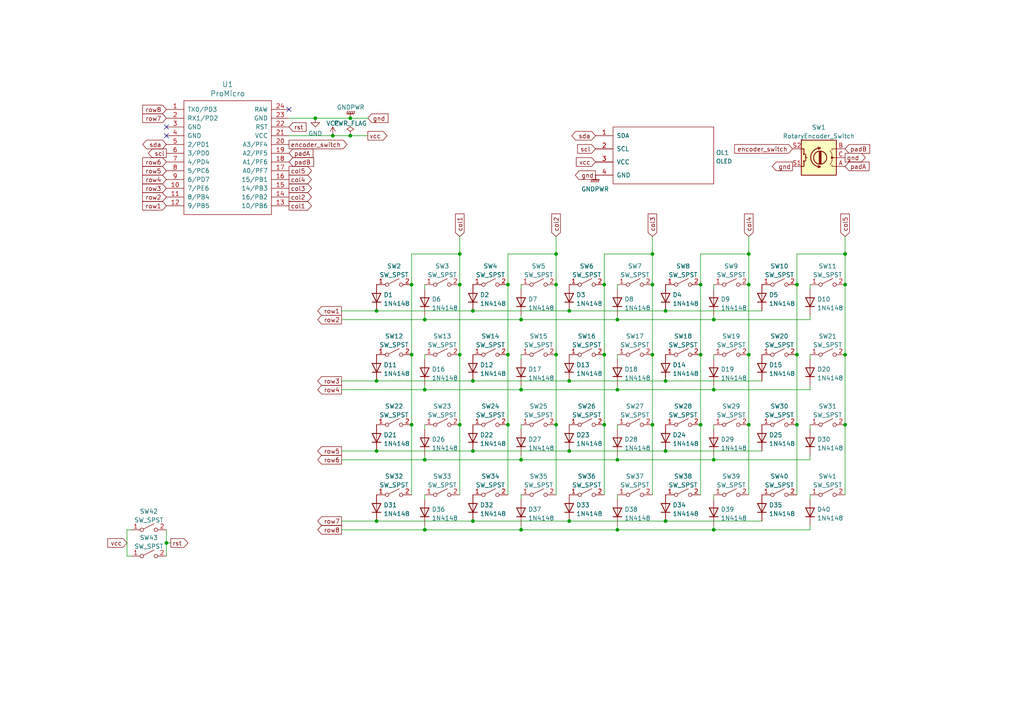
<source format=kicad_sch>
(kicad_sch (version 20211123) (generator eeschema)
  (paper "A4")
  (lib_symbols
    (symbol "Device:RotaryEncoder_Switch" (pin_names (offset 0.254) hide)
      (property "Reference" "SW" (at 0 6.604 0))
      (property "Value" "RotaryEncoder_Switch" (at 0 -6.604 0))
      (symbol "RotaryEncoder_Switch_0_1"
        (rectangle (start -5.08 5.08) (end 5.08 -5.08) (stroke (width 0.254)) (fill (type background)))
        (circle (center -3.81 0) (radius 0.254) (fill (type outline)))
        (arc (start -0.381 -2.794) (mid 2.3622 -0.0508) (end -0.381 2.667) (stroke (width 0.254)))
        (circle (center -0.381 0) (radius 1.905) (stroke (width 0.254)))
        (polyline (pts (xy -0.635 -1.778) (xy -0.635 1.778)) (stroke (width 0.254)))
        (polyline (pts (xy -0.381 -1.778) (xy -0.381 1.778)) (stroke (width 0.254)))
        (polyline (pts (xy -0.127 1.778) (xy -0.127 -1.778)) (stroke (width 0.254)))
        (polyline (pts (xy 3.81 0) (xy 3.429 0)) (stroke (width 0.254)))
        (polyline (pts (xy 3.81 1.016) (xy 3.81 -1.016)) (stroke (width 0.254)))
        (polyline (pts (xy -5.08 -2.54) (xy -3.81 -2.54) (xy -3.81 -2.032)))
        (polyline (pts (xy -5.08 2.54) (xy -3.81 2.54) (xy -3.81 2.032)))
        (polyline (pts (xy 0.254 -3.048) (xy -0.508 -2.794) (xy 0.127 -2.413)) (stroke (width 0.254)))
        (polyline (pts (xy 0.254 2.921) (xy -0.508 2.667) (xy 0.127 2.286)) (stroke (width 0.254)))
        (polyline (pts (xy 5.08 -2.54) (xy 4.318 -2.54) (xy 4.318 -1.016)) (stroke (width 0.254)))
        (polyline (pts (xy 5.08 2.54) (xy 4.318 2.54) (xy 4.318 1.016)) (stroke (width 0.254)))
        (polyline (pts (xy -5.08 0) (xy -3.81 0) (xy -3.81 -1.016) (xy -3.302 -2.032)))
        (polyline (pts (xy -4.318 0) (xy -3.81 0) (xy -3.81 1.016) (xy -3.302 2.032)))
        (circle (center 4.318 -1.016) (radius 0.127) (stroke (width 0.254)))
        (circle (center 4.318 1.016) (radius 0.127) (stroke (width 0.254)))
      )
      (symbol "RotaryEncoder_Switch_1_1"
        (pin passive line (at -7.62 2.54 0) (length 2.54) (name "A") (number "A"))
        (pin passive line (at -7.62 -2.54 0) (length 2.54) (name "B") (number "B"))
        (pin passive line (at -7.62 0 0) (length 2.54) (name "C") (number "C"))
        (pin passive line (at 7.62 2.54 180) (length 2.54) (name "S1") (number "S1"))
        (pin passive line (at 7.62 -2.54 180) (length 2.54) (name "S2") (number "S2"))
      )
    )
    (symbol "Diode:1N4148" (pin_numbers hide) (pin_names (offset 1.016) hide)
      (property "Reference" "D" (at 0 2.54 0))
      (property "Value" "1N4148" (at 0 -2.54 0))
      (symbol "1N4148_0_1"
        (polyline (pts (xy -1.27 1.27) (xy -1.27 -1.27)) (stroke (width 0.254)))
        (polyline (pts (xy 1.27 0) (xy -1.27 0)))
        (polyline (pts (xy 1.27 1.27) (xy 1.27 -1.27) (xy -1.27 0) (xy 1.27 1.27)) (stroke (width 0.254)))
      )
      (symbol "1N4148_1_1"
        (pin passive line (at -3.81 0 0) (length 2.54) (name "K") (number "1"))
        (pin passive line (at 3.81 0 180) (length 2.54) (name "A") (number "2"))
      )
    )
    (symbol "Switch:SW_SPST" (pin_names (offset 0) hide)
      (property "Reference" "SW" (at 0 3.175 0))
      (property "Value" "SW_SPST" (at 0 -2.54 0))
      (symbol "SW_SPST_0_0"
        (circle (center -2.032 0) (radius 0.508))
        (polyline (pts (xy -1.524 0.254) (xy 1.524 1.778)))
        (circle (center 2.032 0) (radius 0.508))
      )
      (symbol "SW_SPST_1_1"
        (pin passive line (at -5.08 0 0) (length 2.54) (name "A") (number "1"))
        (pin passive line (at 5.08 0 180) (length 2.54) (name "B") (number "2"))
      )
    )
    (symbol "freaku4X-rescue:ProMicro-Keebio" (pin_names (offset 1.016))
      (property "Reference" "U" (at 0 0 0))
      (property "Value" "ProMicro-Keebio" (at 0 -19.05 0))
      (symbol "ProMicro-Keebio_0_1"
        (rectangle (start -12.7 -16.51) (end 12.7 16.51))
      )
      (symbol "ProMicro-Keebio_1_1"
        (pin input line (at -17.78 13.97 0) (length 5.08) (name "TX0/PD3") (number "1"))
        (pin input line (at -17.78 -8.89 0) (length 5.08) (name "7/PE6") (number "10"))
        (pin input line (at -17.78 -11.43 0) (length 5.08) (name "8/PB4") (number "11"))
        (pin input line (at -17.78 -13.97 0) (length 5.08) (name "9/PB5") (number "12"))
        (pin input line (at 17.78 -13.97 180) (length 5.08) (name "10/PB6") (number "13"))
        (pin input line (at 17.78 -11.43 180) (length 5.08) (name "16/PB2") (number "14"))
        (pin input line (at 17.78 -8.89 180) (length 5.08) (name "14/PB3") (number "15"))
        (pin input line (at 17.78 -6.35 180) (length 5.08) (name "15/PB1") (number "16"))
        (pin input line (at 17.78 -3.81 180) (length 5.08) (name "A0/PF7") (number "17"))
        (pin input line (at 17.78 -1.27 180) (length 5.08) (name "A1/PF6") (number "18"))
        (pin input line (at 17.78 1.27 180) (length 5.08) (name "A2/PF5") (number "19"))
        (pin input line (at -17.78 11.43 0) (length 5.08) (name "RX1/PD2") (number "2"))
        (pin input line (at 17.78 3.81 180) (length 5.08) (name "A3/PF4") (number "20"))
        (pin input line (at 17.78 6.35 180) (length 5.08) (name "VCC") (number "21"))
        (pin input line (at 17.78 8.89 180) (length 5.08) (name "RST") (number "22"))
        (pin input line (at 17.78 11.43 180) (length 5.08) (name "GND") (number "23"))
        (pin input line (at 17.78 13.97 180) (length 5.08) (name "RAW") (number "24"))
        (pin input line (at -17.78 8.89 0) (length 5.08) (name "GND") (number "3"))
        (pin input line (at -17.78 6.35 0) (length 5.08) (name "GND") (number "4"))
        (pin input line (at -17.78 3.81 0) (length 5.08) (name "2/PD1") (number "5"))
        (pin input line (at -17.78 1.27 0) (length 5.08) (name "3/PD0") (number "6"))
        (pin input line (at -17.78 -1.27 0) (length 5.08) (name "4/PD4") (number "7"))
        (pin input line (at -17.78 -3.81 0) (length 5.08) (name "5/PC6") (number "8"))
        (pin input line (at -17.78 -6.35 0) (length 5.08) (name "6/PD7") (number "9"))
      )
    )
    (symbol "kbd:OLED" (pin_names (offset 1.016))
      (property "Reference" "OL" (at 0 2.54 0))
      (property "Value" "OLED" (at 0 -1.27 0))
      (symbol "OLED_0_1"
        (rectangle (start -13.97 8.89) (end 15.24 -7.62))
      )
      (symbol "OLED_1_1"
        (pin bidirectional line (at -19.05 6.35 0) (length 5.08) (name "SDA") (number "1"))
        (pin bidirectional line (at -19.05 2.54 0) (length 5.08) (name "SCL") (number "2"))
        (pin power_in line (at -19.05 -1.27 0) (length 5.08) (name "VCC") (number "3"))
        (pin power_in line (at -19.05 -5.08 0) (length 5.08) (name "GND") (number "4"))
      )
    )
    (symbol "power:GND" (power) (pin_names (offset 0))
      (property "Value" "GND" (at 0 -3.81 0))
      (symbol "GND_0_1"
        (polyline (pts (xy 0 0) (xy 0 -1.27) (xy 1.27 -1.27) (xy 0 -2.54) (xy -1.27 -1.27) (xy 0 -1.27)))
      )
      (symbol "GND_1_1"
        (pin power_in line (at 0 0 270) (length 0) hide (name "GND") (number "1"))
      )
    )
    (symbol "power:GNDPWR" (power) (pin_names (offset 0))
      (property "Value" "GNDPWR" (at 0 -3.302 0))
      (symbol "GNDPWR_0_1"
        (polyline (pts (xy 0 -1.27) (xy 0 0)))
        (polyline (pts (xy -1.016 -1.27) (xy -1.27 -2.032) (xy -1.27 -2.032)) (stroke (width 0.2032)))
        (polyline (pts (xy -0.508 -1.27) (xy -0.762 -2.032) (xy -0.762 -2.032)) (stroke (width 0.2032)))
        (polyline (pts (xy 0 -1.27) (xy -0.254 -2.032) (xy -0.254 -2.032)) (stroke (width 0.2032)))
        (polyline (pts (xy 0.508 -1.27) (xy 0.254 -2.032) (xy 0.254 -2.032)) (stroke (width 0.2032)))
        (polyline (pts (xy 1.016 -1.27) (xy -1.016 -1.27) (xy -1.016 -1.27)) (stroke (width 0.2032)))
        (polyline (pts (xy 1.016 -1.27) (xy 0.762 -2.032) (xy 0.762 -2.032) (xy 0.762 -2.032)) (stroke (width 0.2032)))
      )
      (symbol "GNDPWR_1_1"
        (pin power_in line (at 0 0 270) (length 0) hide (name "GNDPWR") (number "1"))
      )
    )
    (symbol "power:PWR_FLAG" (power) (pin_numbers hide) (pin_names (offset 0) hide)
      (property "Value" "PWR_FLAG" (at 0 3.81 0))
      (symbol "PWR_FLAG_0_0"
        (pin power_out line (at 0 0 90) (length 0) (name "pwr") (number "1"))
      )
      (symbol "PWR_FLAG_0_1"
        (polyline (pts (xy 0 0) (xy 0 1.27) (xy -1.016 1.905) (xy 0 2.54) (xy 1.016 1.905) (xy 0 1.27)))
      )
    )
    (symbol "power:VCC" (power) (pin_names (offset 0))
      (property "Value" "VCC" (at 0 3.81 0))
      (symbol "VCC_0_1"
        (polyline (pts (xy -0.762 1.27) (xy 0 2.54)))
        (polyline (pts (xy 0 0) (xy 0 2.54)))
        (polyline (pts (xy 0 2.54) (xy 0.762 1.27)))
      )
      (symbol "VCC_1_1"
        (pin power_in line (at 0 0 90) (length 0) hide (name "VCC") (number "1"))
      )
    )
  )
  (junction (at 151.13 113.03))
  (junction (at 147.32 123.19))
  (junction (at 193.04 90.17))
  (junction (at 137.16 151.13))
  (junction (at 175.26 82.55))
  (junction (at 245.11 73.66))
  (junction (at 137.16 110.49))
  (junction (at 109.22 90.17))
  (junction (at 203.2 82.55))
  (junction (at 217.17 73.66))
  (junction (at 147.32 102.87))
  (junction (at 231.14 123.19))
  (junction (at 161.29 82.55))
  (junction (at 207.01 92.71))
  (junction (at 123.19 153.67))
  (junction (at 91.44 34.29))
  (junction (at 193.04 130.81))
  (junction (at 231.14 102.87))
  (junction (at 189.23 123.19))
  (junction (at 217.17 82.55))
  (junction (at 189.23 73.66))
  (junction (at 175.26 123.19))
  (junction (at 119.38 102.87))
  (junction (at 123.19 92.71))
  (junction (at 137.16 90.17))
  (junction (at 179.07 92.71))
  (junction (at 133.35 123.19))
  (junction (at 109.22 110.49))
  (junction (at 133.35 82.55))
  (junction (at 165.1 110.49))
  (junction (at 207.01 113.03))
  (junction (at 147.32 82.55))
  (junction (at 101.6 39.37))
  (junction (at 203.2 102.87))
  (junction (at 207.01 153.67))
  (junction (at 245.11 102.87))
  (junction (at 96.52 39.37))
  (junction (at 193.04 110.49))
  (junction (at 189.23 82.55))
  (junction (at 165.1 90.17))
  (junction (at 245.11 123.19))
  (junction (at 165.1 151.13))
  (junction (at 217.17 123.19))
  (junction (at 133.35 73.66))
  (junction (at 119.38 82.55))
  (junction (at 203.2 123.19))
  (junction (at 245.11 82.55))
  (junction (at 179.07 133.35))
  (junction (at 161.29 102.87))
  (junction (at 123.19 133.35))
  (junction (at 193.04 151.13))
  (junction (at 109.22 151.13))
  (junction (at 207.01 133.35))
  (junction (at 109.22 130.81))
  (junction (at 217.17 102.87))
  (junction (at 133.35 102.87))
  (junction (at 151.13 153.67))
  (junction (at 119.38 123.19))
  (junction (at 48.26 157.48))
  (junction (at 151.13 92.71))
  (junction (at 161.29 73.66))
  (junction (at 123.19 113.03))
  (junction (at 137.16 130.81))
  (junction (at 179.07 113.03))
  (junction (at 151.13 133.35))
  (junction (at 161.29 123.19))
  (junction (at 231.14 82.55))
  (junction (at 189.23 102.87))
  (junction (at 179.07 153.67))
  (junction (at 101.6 34.29))
  (junction (at 165.1 130.81))
  (junction (at 175.26 102.87))
  (no_connect (at 48.26 39.37))
  (no_connect (at 48.26 36.83))
  (no_connect (at 83.82 31.75))
  (wire (pts (xy 36.83 161.29) (xy 38.1 161.29)))
  (wire (pts (xy 179.07 104.14) (xy 179.07 102.87)))
  (wire (pts (xy 207.01 124.46) (xy 207.01 123.19)))
  (wire (pts (xy 207.01 144.78) (xy 207.01 143.51)))
  (wire (pts (xy 245.11 73.66) (xy 245.11 82.55)))
  (wire (pts (xy 193.04 90.17) (xy 220.98 90.17)))
  (wire (pts (xy 175.26 123.19) (xy 175.26 143.51)))
  (wire (pts (xy 234.95 104.14) (xy 234.95 102.87)))
  (wire (pts (xy 36.83 153.67) (xy 38.1 153.67)))
  (wire (pts (xy 151.13 92.71) (xy 179.07 92.71)))
  (wire (pts (xy 161.29 73.66) (xy 161.29 82.55)))
  (wire (pts (xy 147.32 82.55) (xy 147.32 73.66)))
  (wire (pts (xy 137.16 110.49) (xy 165.1 110.49)))
  (wire (pts (xy 203.2 73.66) (xy 217.17 73.66)))
  (wire (pts (xy 119.38 102.87) (xy 119.38 123.19)))
  (wire (pts (xy 175.26 102.87) (xy 175.26 123.19)))
  (wire (pts (xy 147.32 73.66) (xy 161.29 73.66)))
  (wire (pts (xy 99.06 153.67) (xy 123.19 153.67)))
  (wire (pts (xy 99.06 133.35) (xy 123.19 133.35)))
  (wire (pts (xy 147.32 82.55) (xy 147.32 102.87)))
  (wire (pts (xy 147.32 123.19) (xy 147.32 143.51)))
  (wire (pts (xy 175.26 82.55) (xy 175.26 102.87)))
  (wire (pts (xy 151.13 132.08) (xy 151.13 133.35)))
  (wire (pts (xy 123.19 113.03) (xy 151.13 113.03)))
  (wire (pts (xy 165.1 110.49) (xy 193.04 110.49)))
  (wire (pts (xy 234.95 124.46) (xy 234.95 123.19)))
  (wire (pts (xy 137.16 151.13) (xy 165.1 151.13)))
  (wire (pts (xy 101.6 34.29) (xy 91.44 34.29)))
  (wire (pts (xy 151.13 152.4) (xy 151.13 153.67)))
  (wire (pts (xy 161.29 73.66) (xy 161.29 68.58)))
  (wire (pts (xy 203.2 82.55) (xy 203.2 102.87)))
  (wire (pts (xy 207.01 91.44) (xy 207.01 92.71)))
  (wire (pts (xy 189.23 82.55) (xy 189.23 102.87)))
  (wire (pts (xy 234.95 132.08) (xy 234.95 133.35)))
  (wire (pts (xy 179.07 113.03) (xy 207.01 113.03)))
  (wire (pts (xy 123.19 144.78) (xy 123.19 143.51)))
  (wire (pts (xy 217.17 82.55) (xy 217.17 102.87)))
  (wire (pts (xy 207.01 153.67) (xy 234.95 153.67)))
  (wire (pts (xy 193.04 151.13) (xy 220.98 151.13)))
  (wire (pts (xy 91.44 34.29) (xy 83.82 34.29)))
  (wire (pts (xy 207.01 132.08) (xy 207.01 133.35)))
  (wire (pts (xy 179.07 83.82) (xy 179.07 82.55)))
  (wire (pts (xy 101.6 39.37) (xy 96.52 39.37)))
  (wire (pts (xy 234.95 111.76) (xy 234.95 113.03)))
  (wire (pts (xy 203.2 123.19) (xy 203.2 143.51)))
  (wire (pts (xy 133.35 82.55) (xy 133.35 102.87)))
  (wire (pts (xy 231.14 123.19) (xy 231.14 143.51)))
  (wire (pts (xy 179.07 124.46) (xy 179.07 123.19)))
  (wire (pts (xy 193.04 110.49) (xy 220.98 110.49)))
  (wire (pts (xy 161.29 123.19) (xy 161.29 143.51)))
  (wire (pts (xy 179.07 144.78) (xy 179.07 143.51)))
  (wire (pts (xy 189.23 73.66) (xy 189.23 82.55)))
  (wire (pts (xy 231.14 102.87) (xy 231.14 123.19)))
  (wire (pts (xy 119.38 82.55) (xy 119.38 73.66)))
  (wire (pts (xy 234.95 144.78) (xy 234.95 143.51)))
  (wire (pts (xy 234.95 152.4) (xy 234.95 153.67)))
  (wire (pts (xy 133.35 73.66) (xy 133.35 82.55)))
  (wire (pts (xy 109.22 110.49) (xy 137.16 110.49)))
  (wire (pts (xy 179.07 152.4) (xy 179.07 153.67)))
  (wire (pts (xy 245.11 102.87) (xy 245.11 123.19)))
  (wire (pts (xy 179.07 132.08) (xy 179.07 133.35)))
  (wire (pts (xy 207.01 83.82) (xy 207.01 82.55)))
  (wire (pts (xy 203.2 82.55) (xy 203.2 73.66)))
  (wire (pts (xy 151.13 83.82) (xy 151.13 82.55)))
  (wire (pts (xy 179.07 153.67) (xy 207.01 153.67)))
  (wire (pts (xy 189.23 123.19) (xy 189.23 143.51)))
  (wire (pts (xy 245.11 73.66) (xy 245.11 68.58)))
  (wire (pts (xy 151.13 113.03) (xy 179.07 113.03)))
  (wire (pts (xy 96.52 39.37) (xy 83.82 39.37)))
  (wire (pts (xy 99.06 113.03) (xy 123.19 113.03)))
  (wire (pts (xy 165.1 130.81) (xy 193.04 130.81)))
  (wire (pts (xy 119.38 123.19) (xy 119.38 143.51)))
  (wire (pts (xy 151.13 104.14) (xy 151.13 102.87)))
  (wire (pts (xy 161.29 102.87) (xy 161.29 123.19)))
  (wire (pts (xy 99.06 90.17) (xy 109.22 90.17)))
  (wire (pts (xy 99.06 130.81) (xy 109.22 130.81)))
  (wire (pts (xy 109.22 90.17) (xy 137.16 90.17)))
  (wire (pts (xy 165.1 90.17) (xy 193.04 90.17)))
  (wire (pts (xy 123.19 133.35) (xy 151.13 133.35)))
  (wire (pts (xy 231.14 82.55) (xy 231.14 73.66)))
  (wire (pts (xy 99.06 92.71) (xy 123.19 92.71)))
  (wire (pts (xy 175.26 82.55) (xy 175.26 73.66)))
  (wire (pts (xy 133.35 73.66) (xy 133.35 68.58)))
  (wire (pts (xy 119.38 73.66) (xy 133.35 73.66)))
  (wire (pts (xy 179.07 92.71) (xy 207.01 92.71)))
  (wire (pts (xy 207.01 113.03) (xy 234.95 113.03)))
  (wire (pts (xy 217.17 102.87) (xy 217.17 123.19)))
  (wire (pts (xy 99.06 110.49) (xy 109.22 110.49)))
  (wire (pts (xy 123.19 152.4) (xy 123.19 153.67)))
  (wire (pts (xy 231.14 73.66) (xy 245.11 73.66)))
  (wire (pts (xy 48.26 161.29) (xy 48.26 157.48)))
  (wire (pts (xy 123.19 111.76) (xy 123.19 113.03)))
  (wire (pts (xy 123.19 92.71) (xy 151.13 92.71)))
  (wire (pts (xy 193.04 130.81) (xy 220.98 130.81)))
  (wire (pts (xy 245.11 82.55) (xy 245.11 102.87)))
  (wire (pts (xy 245.11 123.19) (xy 245.11 143.51)))
  (wire (pts (xy 151.13 133.35) (xy 179.07 133.35)))
  (wire (pts (xy 207.01 133.35) (xy 234.95 133.35)))
  (wire (pts (xy 123.19 153.67) (xy 151.13 153.67)))
  (wire (pts (xy 99.06 151.13) (xy 109.22 151.13)))
  (wire (pts (xy 189.23 73.66) (xy 189.23 68.58)))
  (wire (pts (xy 151.13 111.76) (xy 151.13 113.03)))
  (wire (pts (xy 147.32 102.87) (xy 147.32 123.19)))
  (wire (pts (xy 207.01 92.71) (xy 234.95 92.71)))
  (wire (pts (xy 133.35 123.19) (xy 133.35 143.51)))
  (wire (pts (xy 234.95 83.82) (xy 234.95 82.55)))
  (wire (pts (xy 109.22 130.81) (xy 137.16 130.81)))
  (wire (pts (xy 137.16 90.17) (xy 165.1 90.17)))
  (wire (pts (xy 123.19 83.82) (xy 123.19 82.55)))
  (wire (pts (xy 217.17 123.19) (xy 217.17 143.51)))
  (wire (pts (xy 217.17 73.66) (xy 217.17 82.55)))
  (wire (pts (xy 231.14 82.55) (xy 231.14 102.87)))
  (wire (pts (xy 106.68 34.29) (xy 101.6 34.29)))
  (wire (pts (xy 106.68 39.37) (xy 101.6 39.37)))
  (wire (pts (xy 207.01 111.76) (xy 207.01 113.03)))
  (wire (pts (xy 165.1 151.13) (xy 193.04 151.13)))
  (wire (pts (xy 151.13 144.78) (xy 151.13 143.51)))
  (wire (pts (xy 217.17 73.66) (xy 217.17 68.58)))
  (wire (pts (xy 48.26 157.48) (xy 49.53 157.48)))
  (wire (pts (xy 36.83 153.67) (xy 36.83 161.29)))
  (wire (pts (xy 189.23 102.87) (xy 189.23 123.19)))
  (wire (pts (xy 234.95 91.44) (xy 234.95 92.71)))
  (wire (pts (xy 151.13 124.46) (xy 151.13 123.19)))
  (wire (pts (xy 123.19 104.14) (xy 123.19 102.87)))
  (wire (pts (xy 151.13 153.67) (xy 179.07 153.67)))
  (wire (pts (xy 203.2 102.87) (xy 203.2 123.19)))
  (wire (pts (xy 48.26 153.67) (xy 48.26 157.48)))
  (wire (pts (xy 161.29 82.55) (xy 161.29 102.87)))
  (wire (pts (xy 179.07 111.76) (xy 179.07 113.03)))
  (wire (pts (xy 109.22 151.13) (xy 137.16 151.13)))
  (wire (pts (xy 179.07 91.44) (xy 179.07 92.71)))
  (wire (pts (xy 207.01 152.4) (xy 207.01 153.67)))
  (wire (pts (xy 175.26 73.66) (xy 189.23 73.66)))
  (wire (pts (xy 123.19 124.46) (xy 123.19 123.19)))
  (wire (pts (xy 207.01 104.14) (xy 207.01 102.87)))
  (wire (pts (xy 119.38 82.55) (xy 119.38 102.87)))
  (wire (pts (xy 179.07 133.35) (xy 207.01 133.35)))
  (wire (pts (xy 123.19 132.08) (xy 123.19 133.35)))
  (wire (pts (xy 151.13 91.44) (xy 151.13 92.71)))
  (wire (pts (xy 133.35 102.87) (xy 133.35 123.19)))
  (wire (pts (xy 137.16 130.81) (xy 165.1 130.81)))
  (wire (pts (xy 123.19 91.44) (xy 123.19 92.71)))
  (global_label "padA" (shape input) (at 245.11 48.26 0) (property "Intersheet References" "${INTERSHEET_REFS}" (effects hide)))
  (global_label "row6" (shape input) (at 48.26 46.99 180) (property "Intersheet References" "${INTERSHEET_REFS}" (effects hide)))
  (global_label "vcc" (shape output) (at 106.68 39.37 0) (property "Intersheet References" "${INTERSHEET_REFS}" (effects hide)))
  (global_label "scl" (shape input) (at 172.72 43.18 180) (property "Intersheet References" "${INTERSHEET_REFS}" (effects hide)))
  (global_label "gnd" (shape output) (at 245.11 45.72 0) (property "Intersheet References" "${INTERSHEET_REFS}" (effects hide)))
  (global_label "scl" (shape output) (at 48.26 44.45 180) (property "Intersheet References" "${INTERSHEET_REFS}" (effects hide)))
  (global_label "col3" (shape output) (at 83.82 54.61 0) (property "Intersheet References" "${INTERSHEET_REFS}" (effects hide)))
  (global_label "col1" (shape input) (at 133.35 68.58 90) (property "Intersheet References" "${INTERSHEET_REFS}" (effects hide)))
  (global_label "col2" (shape input) (at 161.29 68.58 90) (property "Intersheet References" "${INTERSHEET_REFS}" (effects hide)))
  (global_label "vcc" (shape input) (at 172.72 46.99 180) (property "Intersheet References" "${INTERSHEET_REFS}" (effects hide)))
  (global_label "padB" (shape input) (at 245.11 43.18 0) (property "Intersheet References" "${INTERSHEET_REFS}" (effects hide)))
  (global_label "row4" (shape input) (at 48.26 52.07 180) (property "Intersheet References" "${INTERSHEET_REFS}" (effects hide)))
  (global_label "sda" (shape bidirectional) (at 48.26 41.91 180) (property "Intersheet References" "${INTERSHEET_REFS}" (effects hide)))
  (global_label "row2" (shape output) (at 99.06 92.71 180) (property "Intersheet References" "${INTERSHEET_REFS}" (effects hide)))
  (global_label "col4" (shape input) (at 217.17 68.58 90) (property "Intersheet References" "${INTERSHEET_REFS}" (effects hide)))
  (global_label "padA" (shape input) (at 83.82 44.45 0) (property "Intersheet References" "${INTERSHEET_REFS}" (effects hide)))
  (global_label "row5" (shape output) (at 99.06 130.81 180) (property "Intersheet References" "${INTERSHEET_REFS}" (effects hide)))
  (global_label "encoder_switch" (shape input) (at 229.87 43.18 180) (property "Intersheet References" "${INTERSHEET_REFS}" (effects hide)))
  (global_label "row7" (shape output) (at 99.06 151.13 180) (property "Intersheet References" "${INTERSHEET_REFS}" (effects hide)))
  (global_label "rst" (shape input) (at 83.82 36.83 0) (property "Intersheet References" "${INTERSHEET_REFS}" (effects hide)))
  (global_label "gnd" (shape input) (at 106.68 34.29 0) (property "Intersheet References" "${INTERSHEET_REFS}" (effects hide)))
  (global_label "vcc" (shape input) (at 36.83 157.48 180) (property "Intersheet References" "${INTERSHEET_REFS}" (effects hide)))
  (global_label "gnd" (shape output) (at 229.87 48.26 180) (property "Intersheet References" "${INTERSHEET_REFS}" (effects hide)))
  (global_label "padB" (shape input) (at 83.82 46.99 0) (property "Intersheet References" "${INTERSHEET_REFS}" (effects hide)))
  (global_label "sda" (shape bidirectional) (at 172.72 39.37 180) (property "Intersheet References" "${INTERSHEET_REFS}" (effects hide)))
  (global_label "col2" (shape output) (at 83.82 57.15 0) (property "Intersheet References" "${INTERSHEET_REFS}" (effects hide)))
  (global_label "col3" (shape input) (at 189.23 68.58 90) (property "Intersheet References" "${INTERSHEET_REFS}" (effects hide)))
  (global_label "encoder_switch" (shape output) (at 83.82 41.91 0) (property "Intersheet References" "${INTERSHEET_REFS}" (effects hide)))
  (global_label "rst" (shape output) (at 49.53 157.48 0) (property "Intersheet References" "${INTERSHEET_REFS}" (effects hide)))
  (global_label "gnd" (shape output) (at 172.72 50.8 180) (property "Intersheet References" "${INTERSHEET_REFS}" (effects hide)))
  (global_label "row1" (shape output) (at 99.06 90.17 180) (property "Intersheet References" "${INTERSHEET_REFS}" (effects hide)))
  (global_label "row3" (shape output) (at 99.06 110.49 180) (property "Intersheet References" "${INTERSHEET_REFS}" (effects hide)))
  (global_label "row6" (shape output) (at 99.06 133.35 180) (property "Intersheet References" "${INTERSHEET_REFS}" (effects hide)))
  (global_label "row7" (shape input) (at 48.26 34.29 180) (property "Intersheet References" "${INTERSHEET_REFS}" (effects hide)))
  (global_label "row1" (shape input) (at 48.26 59.69 180) (property "Intersheet References" "${INTERSHEET_REFS}" (effects hide)))
  (global_label "col1" (shape output) (at 83.82 59.69 0) (property "Intersheet References" "${INTERSHEET_REFS}" (effects hide)))
  (global_label "row3" (shape input) (at 48.26 54.61 180) (property "Intersheet References" "${INTERSHEET_REFS}" (effects hide)))
  (global_label "col5" (shape input) (at 245.11 68.58 90) (property "Intersheet References" "${INTERSHEET_REFS}" (effects hide)))
  (global_label "row2" (shape input) (at 48.26 57.15 180) (property "Intersheet References" "${INTERSHEET_REFS}" (effects hide)))
  (global_label "col5" (shape output) (at 83.82 49.53 0) (property "Intersheet References" "${INTERSHEET_REFS}" (effects hide)))
  (global_label "row8" (shape output) (at 99.06 153.67 180) (property "Intersheet References" "${INTERSHEET_REFS}" (effects hide)))
  (global_label "row5" (shape input) (at 48.26 49.53 180) (property "Intersheet References" "${INTERSHEET_REFS}" (effects hide)))
  (global_label "col4" (shape output) (at 83.82 52.07 0) (property "Intersheet References" "${INTERSHEET_REFS}" (effects hide)))
  (global_label "row8" (shape input) (at 48.26 31.75 180) (property "Intersheet References" "${INTERSHEET_REFS}" (effects hide)))
  (global_label "row4" (shape output) (at 99.06 113.03 180) (property "Intersheet References" "${INTERSHEET_REFS}" (effects hide)))
  (symbol (lib_id "freaku4X-rescue:ProMicro-Keebio") (at 66.04 45.72 0) (unit 1)
    (property "Reference" "U1" (at 66.04 24.4602 0) (effects (font (size 1.524 1.524))))
    (property "Value" "ProMicro" (at 66.04 27.1526 0) (effects (font (size 1.524 1.524))))
    (property "Footprint" "kbd:ProMicro_v3" (effects hide))
  )
  (symbol (lib_id "Diode:1N4148") (at 234.95 128.27 90) (unit 1)
    (property "Reference" "D30" (at 236.982 127.4353 90) (effects (justify right)))
    (property "Value" "1N4148" (at 236.982 129.9722 90) (effects (justify right)))
    (property "Footprint" "kbd:D3_TH_SMD_v2" (effects hide))
    (property "Datasheet" "https://assets.nexperia.com/documents/data-sheet/1N4148_1N4448.pdf" (effects hide))
  )
  (symbol (lib_id "Switch:SW_SPST") (at 128.27 82.55 0) (unit 1)
    (property "Reference" "SW3" (at 128.27 77.1992 0))
    (property "Value" "SW_SPST" (at 128.27 79.7361 0))
    (property "Footprint" "keyswitches:Kailh_socket_MX_optional" (effects hide))
  )
  (symbol (lib_id "Diode:1N4148") (at 123.19 128.27 90) (unit 1)
    (property "Reference" "D26" (at 125.222 127.4353 90) (effects (justify right)))
    (property "Value" "1N4148" (at 125.222 129.9722 90) (effects (justify right)))
    (property "Footprint" "kbd:D3_TH_SMD_v2" (effects hide))
    (property "Datasheet" "https://assets.nexperia.com/documents/data-sheet/1N4148_1N4448.pdf" (effects hide))
  )
  (symbol (lib_id "Diode:1N4148") (at 123.19 87.63 90) (unit 1)
    (property "Reference" "D6" (at 125.222 86.7953 90) (effects (justify right)))
    (property "Value" "1N4148" (at 125.222 89.3322 90) (effects (justify right)))
    (property "Footprint" "kbd:D3_TH_SMD_v2" (effects hide))
    (property "Datasheet" "https://assets.nexperia.com/documents/data-sheet/1N4148_1N4448.pdf" (effects hide))
  )
  (symbol (lib_id "Switch:SW_SPST") (at 156.21 123.19 0) (unit 1)
    (property "Reference" "SW25" (at 156.21 117.8392 0))
    (property "Value" "SW_SPST" (at 156.21 120.3761 0))
    (property "Footprint" "keyswitches:Kailh_socket_MX_optional" (effects hide))
  )
  (symbol (lib_id "Switch:SW_SPST") (at 128.27 123.19 0) (unit 1)
    (property "Reference" "SW23" (at 128.27 117.8392 0))
    (property "Value" "SW_SPST" (at 128.27 120.3761 0))
    (property "Footprint" "keyswitches:Kailh_socket_MX_optional" (effects hide))
  )
  (symbol (lib_id "power:GND") (at 91.44 34.29 0) (unit 1)
    (property "Reference" "#PWR0102" (effects hide))
    (property "Value" "GND" (at 91.44 38.7334 0))
  )
  (symbol (lib_id "Diode:1N4148") (at 193.04 127 90) (unit 1)
    (property "Reference" "D24" (at 195.072 126.1653 90) (effects (justify right)))
    (property "Value" "1N4148" (at 195.072 128.7022 90) (effects (justify right)))
    (property "Footprint" "kbd:D3_TH_SMD_v2" (effects hide))
    (property "Datasheet" "https://assets.nexperia.com/documents/data-sheet/1N4148_1N4448.pdf" (effects hide))
  )
  (symbol (lib_id "Switch:SW_SPST") (at 212.09 143.51 0) (unit 1)
    (property "Reference" "SW39" (at 212.09 138.1592 0))
    (property "Value" "SW_SPST" (at 212.09 140.6961 0))
    (property "Footprint" "keyswitches:Kailh_socket_MX_optional" (effects hide))
  )
  (symbol (lib_id "Diode:1N4148") (at 207.01 87.63 90) (unit 1)
    (property "Reference" "D9" (at 209.042 86.7953 90) (effects (justify right)))
    (property "Value" "1N4148" (at 209.042 89.3322 90) (effects (justify right)))
    (property "Footprint" "kbd:D3_TH_SMD_v2" (effects hide))
    (property "Datasheet" "https://assets.nexperia.com/documents/data-sheet/1N4148_1N4448.pdf" (effects hide))
  )
  (symbol (lib_id "Switch:SW_SPST") (at 142.24 82.55 0) (unit 1)
    (property "Reference" "SW4" (at 142.24 77.1992 0))
    (property "Value" "SW_SPST" (at 142.24 79.7361 0))
    (property "Footprint" "keyswitches:Kailh_socket_MX_optional" (effects hide))
  )
  (symbol (lib_id "Switch:SW_SPST") (at 142.24 102.87 0) (unit 1)
    (property "Reference" "SW14" (at 142.24 97.5192 0))
    (property "Value" "SW_SPST" (at 142.24 100.0561 0))
    (property "Footprint" "keyswitches:Kailh_socket_MX_optional" (effects hide))
  )
  (symbol (lib_id "Switch:SW_SPST") (at 212.09 123.19 0) (unit 1)
    (property "Reference" "SW29" (at 212.09 117.8392 0))
    (property "Value" "SW_SPST" (at 212.09 120.3761 0))
    (property "Footprint" "keyswitches:Kailh_socket_MX_optional" (effects hide))
  )
  (symbol (lib_id "Diode:1N4148") (at 151.13 87.63 90) (unit 1)
    (property "Reference" "D7" (at 153.162 86.7953 90) (effects (justify right)))
    (property "Value" "1N4148" (at 153.162 89.3322 90) (effects (justify right)))
    (property "Footprint" "kbd:D3_TH_SMD_v2" (effects hide))
    (property "Datasheet" "https://assets.nexperia.com/documents/data-sheet/1N4148_1N4448.pdf" (effects hide))
  )
  (symbol (lib_id "Switch:SW_SPST") (at 240.03 102.87 0) (unit 1)
    (property "Reference" "SW21" (at 240.03 97.5192 0))
    (property "Value" "SW_SPST" (at 240.03 100.0561 0))
    (property "Footprint" "keyswitches:Kailh_socket_MX_optional" (effects hide))
  )
  (symbol (lib_id "Switch:SW_SPST") (at 156.21 102.87 0) (unit 1)
    (property "Reference" "SW15" (at 156.21 97.5192 0))
    (property "Value" "SW_SPST" (at 156.21 100.0561 0))
    (property "Footprint" "keyswitches:Kailh_socket_MX_optional" (effects hide))
  )
  (symbol (lib_id "Switch:SW_SPST") (at 114.3 82.55 0) (unit 1)
    (property "Reference" "SW2" (at 114.3 77.1992 0))
    (property "Value" "SW_SPST" (at 114.3 79.7361 0))
    (property "Footprint" "keyswitches:Kailh_socket_MX_optional" (effects hide))
  )
  (symbol (lib_id "Switch:SW_SPST") (at 170.18 123.19 0) (unit 1)
    (property "Reference" "SW26" (at 170.18 117.8392 0))
    (property "Value" "SW_SPST" (at 170.18 120.3761 0))
    (property "Footprint" "keyswitches:Kailh_socket_MX_optional" (effects hide))
  )
  (symbol (lib_id "Switch:SW_SPST") (at 43.18 161.29 0) (unit 1)
    (property "Reference" "SW43" (at 43.18 155.9392 0))
    (property "Value" "SW_SPST" (at 43.18 158.4761 0))
    (property "Footprint" "kbd:ResetSW" (effects hide))
  )
  (symbol (lib_id "power:GNDPWR") (at 172.72 50.8 0) (unit 1)
    (property "Reference" "#PWR0104" (effects hide))
    (property "Value" "GNDPWR" (at 172.593 54.837 0))
  )
  (symbol (lib_id "Diode:1N4148") (at 137.16 147.32 90) (unit 1)
    (property "Reference" "D32" (at 139.192 146.4853 90) (effects (justify right)))
    (property "Value" "1N4148" (at 139.192 149.0222 90) (effects (justify right)))
    (property "Footprint" "kbd:D3_TH_SMD_v2" (effects hide))
    (property "Datasheet" "https://assets.nexperia.com/documents/data-sheet/1N4148_1N4448.pdf" (effects hide))
  )
  (symbol (lib_id "Switch:SW_SPST") (at 184.15 82.55 0) (unit 1)
    (property "Reference" "SW7" (at 184.15 77.1992 0))
    (property "Value" "SW_SPST" (at 184.15 79.7361 0))
    (property "Footprint" "keyswitches:Kailh_socket_MX_optional" (effects hide))
  )
  (symbol (lib_id "Switch:SW_SPST") (at 170.18 143.51 0) (unit 1)
    (property "Reference" "SW36" (at 170.18 138.1592 0))
    (property "Value" "SW_SPST" (at 170.18 140.6961 0))
    (property "Footprint" "keyswitches:Kailh_socket_MX_optional" (effects hide))
  )
  (symbol (lib_id "Switch:SW_SPST") (at 198.12 102.87 0) (unit 1)
    (property "Reference" "SW18" (at 198.12 97.5192 0))
    (property "Value" "SW_SPST" (at 198.12 100.0561 0))
    (property "Footprint" "keyswitches:Kailh_socket_MX_optional" (effects hide))
  )
  (symbol (lib_id "Diode:1N4148") (at 220.98 106.68 90) (unit 1)
    (property "Reference" "D15" (at 223.012 105.8453 90) (effects (justify right)))
    (property "Value" "1N4148" (at 223.012 108.3822 90) (effects (justify right)))
    (property "Footprint" "kbd:D3_TH_SMD_v2" (effects hide))
    (property "Datasheet" "https://assets.nexperia.com/documents/data-sheet/1N4148_1N4448.pdf" (effects hide))
  )
  (symbol (lib_id "Diode:1N4148") (at 179.07 148.59 90) (unit 1)
    (property "Reference" "D38" (at 181.102 147.7553 90) (effects (justify right)))
    (property "Value" "1N4148" (at 181.102 150.2922 90) (effects (justify right)))
    (property "Footprint" "kbd:D3_TH_SMD_v2" (effects hide))
    (property "Datasheet" "https://assets.nexperia.com/documents/data-sheet/1N4148_1N4448.pdf" (effects hide))
  )
  (symbol (lib_id "Diode:1N4148") (at 165.1 86.36 90) (unit 1)
    (property "Reference" "D3" (at 167.132 85.5253 90) (effects (justify right)))
    (property "Value" "1N4148" (at 167.132 88.0622 90) (effects (justify right)))
    (property "Footprint" "kbd:D3_TH_SMD_v2" (effects hide))
    (property "Datasheet" "https://assets.nexperia.com/documents/data-sheet/1N4148_1N4448.pdf" (effects hide))
  )
  (symbol (lib_id "Diode:1N4148") (at 151.13 128.27 90) (unit 1)
    (property "Reference" "D27" (at 153.162 127.4353 90) (effects (justify right)))
    (property "Value" "1N4148" (at 153.162 129.9722 90) (effects (justify right)))
    (property "Footprint" "kbd:D3_TH_SMD_v2" (effects hide))
    (property "Datasheet" "https://assets.nexperia.com/documents/data-sheet/1N4148_1N4448.pdf" (effects hide))
  )
  (symbol (lib_id "Diode:1N4148") (at 137.16 127 90) (unit 1)
    (property "Reference" "D22" (at 139.192 126.1653 90) (effects (justify right)))
    (property "Value" "1N4148" (at 139.192 128.7022 90) (effects (justify right)))
    (property "Footprint" "kbd:D3_TH_SMD_v2" (effects hide))
    (property "Datasheet" "https://assets.nexperia.com/documents/data-sheet/1N4148_1N4448.pdf" (effects hide))
  )
  (symbol (lib_id "Diode:1N4148") (at 109.22 86.36 90) (unit 1)
    (property "Reference" "D1" (at 111.252 85.5253 90) (effects (justify right)))
    (property "Value" "1N4148" (at 111.252 88.0622 90) (effects (justify right)))
    (property "Footprint" "kbd:D3_TH_SMD_v2" (effects hide))
    (property "Datasheet" "https://assets.nexperia.com/documents/data-sheet/1N4148_1N4448.pdf" (effects hide))
  )
  (symbol (lib_id "Switch:SW_SPST") (at 240.03 123.19 0) (unit 1)
    (property "Reference" "SW31" (at 240.03 117.8392 0))
    (property "Value" "SW_SPST" (at 240.03 120.3761 0))
    (property "Footprint" "keyswitches:Kailh_socket_MX_optional" (effects hide))
  )
  (symbol (lib_id "Diode:1N4148") (at 234.95 87.63 90) (unit 1)
    (property "Reference" "D10" (at 236.982 86.7953 90) (effects (justify right)))
    (property "Value" "1N4148" (at 236.982 89.3322 90) (effects (justify right)))
    (property "Footprint" "kbd:D3_TH_SMD_v2" (effects hide))
    (property "Datasheet" "https://assets.nexperia.com/documents/data-sheet/1N4148_1N4448.pdf" (effects hide))
  )
  (symbol (lib_id "power:GNDPWR") (at 101.6 34.29 180) (unit 1)
    (property "Reference" "#PWR0103" (effects hide))
    (property "Value" "GNDPWR" (at 101.727 31.1206 0))
  )
  (symbol (lib_id "Diode:1N4148") (at 234.95 107.95 90) (unit 1)
    (property "Reference" "D20" (at 236.982 107.1153 90) (effects (justify right)))
    (property "Value" "1N4148" (at 236.982 109.6522 90) (effects (justify right)))
    (property "Footprint" "kbd:D3_TH_SMD_v2" (effects hide))
    (property "Datasheet" "https://assets.nexperia.com/documents/data-sheet/1N4148_1N4448.pdf" (effects hide))
  )
  (symbol (lib_id "Switch:SW_SPST") (at 156.21 82.55 0) (unit 1)
    (property "Reference" "SW5" (at 156.21 77.1992 0))
    (property "Value" "SW_SPST" (at 156.21 79.7361 0))
    (property "Footprint" "keyswitches:Kailh_socket_MX_optional" (effects hide))
  )
  (symbol (lib_id "Switch:SW_SPST") (at 184.15 123.19 0) (unit 1)
    (property "Reference" "SW27" (at 184.15 117.8392 0))
    (property "Value" "SW_SPST" (at 184.15 120.3761 0))
    (property "Footprint" "keyswitches:Kailh_socket_MX_optional" (effects hide))
  )
  (symbol (lib_id "Diode:1N4148") (at 123.19 107.95 90) (unit 1)
    (property "Reference" "D16" (at 125.222 107.1153 90) (effects (justify right)))
    (property "Value" "1N4148" (at 125.222 109.6522 90) (effects (justify right)))
    (property "Footprint" "kbd:D3_TH_SMD_v2" (effects hide))
    (property "Datasheet" "https://assets.nexperia.com/documents/data-sheet/1N4148_1N4448.pdf" (effects hide))
  )
  (symbol (lib_id "Switch:SW_SPST") (at 114.3 123.19 0) (unit 1)
    (property "Reference" "SW22" (at 114.3 117.8392 0))
    (property "Value" "SW_SPST" (at 114.3 120.3761 0))
    (property "Footprint" "keyswitches:Kailh_socket_MX_optional" (effects hide))
  )
  (symbol (lib_id "Switch:SW_SPST") (at 114.3 143.51 0) (unit 1)
    (property "Reference" "SW32" (at 114.3 138.1592 0))
    (property "Value" "SW_SPST" (at 114.3 140.6961 0))
    (property "Footprint" "keyswitches:Kailh_socket_MX_optional" (effects hide))
  )
  (symbol (lib_id "Switch:SW_SPST") (at 128.27 102.87 0) (unit 1)
    (property "Reference" "SW13" (at 128.27 97.5192 0))
    (property "Value" "SW_SPST" (at 128.27 100.0561 0))
    (property "Footprint" "keyswitches:Kailh_socket_MX_optional" (effects hide))
  )
  (symbol (lib_id "Diode:1N4148") (at 109.22 127 90) (unit 1)
    (property "Reference" "D21" (at 111.252 126.1653 90) (effects (justify right)))
    (property "Value" "1N4148" (at 111.252 128.7022 90) (effects (justify right)))
    (property "Footprint" "kbd:D3_TH_SMD_v2" (effects hide))
    (property "Datasheet" "https://assets.nexperia.com/documents/data-sheet/1N4148_1N4448.pdf" (effects hide))
  )
  (symbol (lib_id "Switch:SW_SPST") (at 212.09 82.55 0) (unit 1)
    (property "Reference" "SW9" (at 212.09 77.1992 0))
    (property "Value" "SW_SPST" (at 212.09 79.7361 0))
    (property "Footprint" "keyswitches:Kailh_socket_MX_optional" (effects hide))
  )
  (symbol (lib_id "Diode:1N4148") (at 207.01 128.27 90) (unit 1)
    (property "Reference" "D29" (at 209.042 127.4353 90) (effects (justify right)))
    (property "Value" "1N4148" (at 209.042 129.9722 90) (effects (justify right)))
    (property "Footprint" "kbd:D3_TH_SMD_v2" (effects hide))
    (property "Datasheet" "https://assets.nexperia.com/documents/data-sheet/1N4148_1N4448.pdf" (effects hide))
  )
  (symbol (lib_id "Diode:1N4148") (at 137.16 86.36 90) (unit 1)
    (property "Reference" "D2" (at 139.192 85.5253 90) (effects (justify right)))
    (property "Value" "1N4148" (at 139.192 88.0622 90) (effects (justify right)))
    (property "Footprint" "kbd:D3_TH_SMD_v2" (effects hide))
    (property "Datasheet" "https://assets.nexperia.com/documents/data-sheet/1N4148_1N4448.pdf" (effects hide))
  )
  (symbol (lib_id "Switch:SW_SPST") (at 43.18 153.67 0) (unit 1)
    (property "Reference" "SW42" (at 43.18 148.3192 0))
    (property "Value" "SW_SPST" (at 43.18 150.8561 0))
    (property "Footprint" "kbd:ResetSW_4" (effects hide))
  )
  (symbol (lib_id "Switch:SW_SPST") (at 226.06 102.87 0) (unit 1)
    (property "Reference" "SW20" (at 226.06 97.5192 0))
    (property "Value" "SW_SPST" (at 226.06 100.0561 0))
    (property "Footprint" "keyswitches:Kailh_socket_MX_optional" (effects hide))
  )
  (symbol (lib_id "Diode:1N4148") (at 193.04 147.32 90) (unit 1)
    (property "Reference" "D34" (at 195.072 146.4853 90) (effects (justify right)))
    (property "Value" "1N4148" (at 195.072 149.0222 90) (effects (justify right)))
    (property "Footprint" "kbd:D3_TH_SMD_v2" (effects hide))
    (property "Datasheet" "https://assets.nexperia.com/documents/data-sheet/1N4148_1N4448.pdf" (effects hide))
  )
  (symbol (lib_id "Diode:1N4148") (at 207.01 107.95 90) (unit 1)
    (property "Reference" "D19" (at 209.042 107.1153 90) (effects (justify right)))
    (property "Value" "1N4148" (at 209.042 109.6522 90) (effects (justify right)))
    (property "Footprint" "kbd:D3_TH_SMD_v2" (effects hide))
    (property "Datasheet" "https://assets.nexperia.com/documents/data-sheet/1N4148_1N4448.pdf" (effects hide))
  )
  (symbol (lib_id "Diode:1N4148") (at 165.1 106.68 90) (unit 1)
    (property "Reference" "D13" (at 167.132 105.8453 90) (effects (justify right)))
    (property "Value" "1N4148" (at 167.132 108.3822 90) (effects (justify right)))
    (property "Footprint" "kbd:D3_TH_SMD_v2" (effects hide))
    (property "Datasheet" "https://assets.nexperia.com/documents/data-sheet/1N4148_1N4448.pdf" (effects hide))
  )
  (symbol (lib_id "Switch:SW_SPST") (at 184.15 102.87 0) (unit 1)
    (property "Reference" "SW17" (at 184.15 97.5192 0))
    (property "Value" "SW_SPST" (at 184.15 100.0561 0))
    (property "Footprint" "keyswitches:Kailh_socket_MX_optional" (effects hide))
  )
  (symbol (lib_id "Diode:1N4148") (at 220.98 127 90) (unit 1)
    (property "Reference" "D25" (at 223.012 126.1653 90) (effects (justify right)))
    (property "Value" "1N4148" (at 223.012 128.7022 90) (effects (justify right)))
    (property "Footprint" "kbd:D3_TH_SMD_v2" (effects hide))
    (property "Datasheet" "https://assets.nexperia.com/documents/data-sheet/1N4148_1N4448.pdf" (effects hide))
  )
  (symbol (lib_id "Diode:1N4148") (at 220.98 86.36 90) (unit 1)
    (property "Reference" "D5" (at 223.012 85.5253 90) (effects (justify right)))
    (property "Value" "1N4148" (at 223.012 88.0622 90) (effects (justify right)))
    (property "Footprint" "kbd:D3_TH_SMD_v2" (effects hide))
    (property "Datasheet" "https://assets.nexperia.com/documents/data-sheet/1N4148_1N4448.pdf" (effects hide))
  )
  (symbol (lib_id "Diode:1N4148") (at 109.22 106.68 90) (unit 1)
    (property "Reference" "D11" (at 111.252 105.8453 90) (effects (justify right)))
    (property "Value" "1N4148" (at 111.252 108.3822 90) (effects (justify right)))
    (property "Footprint" "kbd:D3_TH_SMD_v2" (effects hide))
    (property "Datasheet" "https://assets.nexperia.com/documents/data-sheet/1N4148_1N4448.pdf" (effects hide))
  )
  (symbol (lib_id "Diode:1N4148") (at 123.19 148.59 90) (unit 1)
    (property "Reference" "D36" (at 125.222 147.7553 90) (effects (justify right)))
    (property "Value" "1N4148" (at 125.222 150.2922 90) (effects (justify right)))
    (property "Footprint" "kbd:D3_TH_SMD_v2" (effects hide))
    (property "Datasheet" "https://assets.nexperia.com/documents/data-sheet/1N4148_1N4448.pdf" (effects hide))
  )
  (symbol (lib_id "Switch:SW_SPST") (at 142.24 123.19 0) (unit 1)
    (property "Reference" "SW24" (at 142.24 117.8392 0))
    (property "Value" "SW_SPST" (at 142.24 120.3761 0))
    (property "Footprint" "keyswitches:Kailh_socket_MX_optional" (effects hide))
  )
  (symbol (lib_id "Device:RotaryEncoder_Switch") (at 237.49 45.72 180) (unit 1)
    (property "Reference" "SW1" (at 237.49 36.9402 0))
    (property "Value" "RotaryEncoder_Switch" (at 237.49 39.4771 0))
    (property "Footprint" "Rotary_Encoder:RotaryEncoder_Alps_EC11E-Switch_Vertical_H20mm" (effects hide))
  )
  (symbol (lib_id "Switch:SW_SPST") (at 212.09 102.87 0) (unit 1)
    (property "Reference" "SW19" (at 212.09 97.5192 0))
    (property "Value" "SW_SPST" (at 212.09 100.0561 0))
    (property "Footprint" "keyswitches:Kailh_socket_MX_optional" (effects hide))
  )
  (symbol (lib_id "Switch:SW_SPST") (at 226.06 143.51 0) (unit 1)
    (property "Reference" "SW40" (at 226.06 138.1592 0))
    (property "Value" "SW_SPST" (at 226.06 140.6961 0))
    (property "Footprint" "keyswitches:Kailh_socket_MX_optional" (effects hide))
  )
  (symbol (lib_id "Switch:SW_SPST") (at 156.21 143.51 0) (unit 1)
    (property "Reference" "SW35" (at 156.21 138.1592 0))
    (property "Value" "SW_SPST" (at 156.21 140.6961 0))
    (property "Footprint" "keyswitches:Kailh_socket_MX_optional" (effects hide))
  )
  (symbol (lib_id "Switch:SW_SPST") (at 114.3 102.87 0) (unit 1)
    (property "Reference" "SW12" (at 114.3 97.5192 0))
    (property "Value" "SW_SPST" (at 114.3 100.0561 0))
    (property "Footprint" "keyswitches:Kailh_socket_MX_optional" (effects hide))
  )
  (symbol (lib_id "Switch:SW_SPST") (at 240.03 143.51 0) (unit 1)
    (property "Reference" "SW41" (at 240.03 138.1592 0))
    (property "Value" "SW_SPST" (at 240.03 140.6961 0))
    (property "Footprint" "keyswitches:Kailh_socket_MX_optional" (effects hide))
  )
  (symbol (lib_id "Diode:1N4148") (at 165.1 147.32 90) (unit 1)
    (property "Reference" "D33" (at 167.132 146.4853 90) (effects (justify right)))
    (property "Value" "1N4148" (at 167.132 149.0222 90) (effects (justify right)))
    (property "Footprint" "kbd:D3_TH_SMD_v2" (effects hide))
    (property "Datasheet" "https://assets.nexperia.com/documents/data-sheet/1N4148_1N4448.pdf" (effects hide))
  )
  (symbol (lib_id "Switch:SW_SPST") (at 198.12 82.55 0) (unit 1)
    (property "Reference" "SW8" (at 198.12 77.1992 0))
    (property "Value" "SW_SPST" (at 198.12 79.7361 0))
    (property "Footprint" "keyswitches:Kailh_socket_MX_optional" (effects hide))
  )
  (symbol (lib_id "Diode:1N4148") (at 179.07 128.27 90) (unit 1)
    (property "Reference" "D28" (at 181.102 127.4353 90) (effects (justify right)))
    (property "Value" "1N4148" (at 181.102 129.9722 90) (effects (justify right)))
    (property "Footprint" "kbd:D3_TH_SMD_v2" (effects hide))
    (property "Datasheet" "https://assets.nexperia.com/documents/data-sheet/1N4148_1N4448.pdf" (effects hide))
  )
  (symbol (lib_id "Diode:1N4148") (at 234.95 148.59 90) (unit 1)
    (property "Reference" "D40" (at 236.982 147.7553 90) (effects (justify right)))
    (property "Value" "1N4148" (at 236.982 150.2922 90) (effects (justify right)))
    (property "Footprint" "kbd:D3_TH_SMD_v2" (effects hide))
    (property "Datasheet" "https://assets.nexperia.com/documents/data-sheet/1N4148_1N4448.pdf" (effects hide))
  )
  (symbol (lib_id "power:VCC") (at 96.52 39.37 0) (unit 1)
    (property "Reference" "#PWR0101" (effects hide))
    (property "Value" "VCC" (at 96.52 35.7942 0))
  )
  (symbol (lib_id "Switch:SW_SPST") (at 240.03 82.55 0) (unit 1)
    (property "Reference" "SW11" (at 240.03 77.1992 0))
    (property "Value" "SW_SPST" (at 240.03 79.7361 0))
    (property "Footprint" "keyswitches:Kailh_socket_MX_optional" (effects hide))
  )
  (symbol (lib_id "Switch:SW_SPST") (at 226.06 82.55 0) (unit 1)
    (property "Reference" "SW10" (at 226.06 77.1992 0))
    (property "Value" "SW_SPST" (at 226.06 79.7361 0))
    (property "Footprint" "keyswitches:Kailh_socket_MX_optional" (effects hide))
  )
  (symbol (lib_id "Diode:1N4148") (at 179.07 87.63 90) (unit 1)
    (property "Reference" "D8" (at 181.102 86.7953 90) (effects (justify right)))
    (property "Value" "1N4148" (at 181.102 89.3322 90) (effects (justify right)))
    (property "Footprint" "kbd:D3_TH_SMD_v2" (effects hide))
    (property "Datasheet" "https://assets.nexperia.com/documents/data-sheet/1N4148_1N4448.pdf" (effects hide))
  )
  (symbol (lib_id "Switch:SW_SPST") (at 170.18 82.55 0) (unit 1)
    (property "Reference" "SW6" (at 170.18 77.1992 0))
    (property "Value" "SW_SPST" (at 170.18 79.7361 0))
    (property "Footprint" "keyswitches:Kailh_socket_MX_optional" (effects hide))
  )
  (symbol (lib_id "Diode:1N4148") (at 193.04 86.36 90) (unit 1)
    (property "Reference" "D4" (at 195.072 85.5253 90) (effects (justify right)))
    (property "Value" "1N4148" (at 195.072 88.0622 90) (effects (justify right)))
    (property "Footprint" "kbd:D3_TH_SMD_v2" (effects hide))
    (property "Datasheet" "https://assets.nexperia.com/documents/data-sheet/1N4148_1N4448.pdf" (effects hide))
  )
  (symbol (lib_id "Diode:1N4148") (at 220.98 147.32 90) (unit 1)
    (property "Reference" "D35" (at 223.012 146.4853 90) (effects (justify right)))
    (property "Value" "1N4148" (at 223.012 149.0222 90) (effects (justify right)))
    (property "Footprint" "kbd:D3_TH_SMD_v2" (effects hide))
    (property "Datasheet" "https://assets.nexperia.com/documents/data-sheet/1N4148_1N4448.pdf" (effects hide))
  )
  (symbol (lib_id "Switch:SW_SPST") (at 198.12 123.19 0) (unit 1)
    (property "Reference" "SW28" (at 198.12 117.8392 0))
    (property "Value" "SW_SPST" (at 198.12 120.3761 0))
    (property "Footprint" "keyswitches:Kailh_socket_MX_optional" (effects hide))
  )
  (symbol (lib_id "Diode:1N4148") (at 165.1 127 90) (unit 1)
    (property "Reference" "D23" (at 167.132 126.1653 90) (effects (justify right)))
    (property "Value" "1N4148" (at 167.132 128.7022 90) (effects (justify right)))
    (property "Footprint" "kbd:D3_TH_SMD_v2" (effects hide))
    (property "Datasheet" "https://assets.nexperia.com/documents/data-sheet/1N4148_1N4448.pdf" (effects hide))
  )
  (symbol (lib_id "Diode:1N4148") (at 137.16 106.68 90) (unit 1)
    (property "Reference" "D12" (at 139.192 105.8453 90) (effects (justify right)))
    (property "Value" "1N4148" (at 139.192 108.3822 90) (effects (justify right)))
    (property "Footprint" "kbd:D3_TH_SMD_v2" (effects hide))
    (property "Datasheet" "https://assets.nexperia.com/documents/data-sheet/1N4148_1N4448.pdf" (effects hide))
  )
  (symbol (lib_id "Switch:SW_SPST") (at 128.27 143.51 0) (unit 1)
    (property "Reference" "SW33" (at 128.27 138.1592 0))
    (property "Value" "SW_SPST" (at 128.27 140.6961 0))
    (property "Footprint" "keyswitches:Kailh_socket_MX_optional" (effects hide))
  )
  (symbol (lib_id "Switch:SW_SPST") (at 198.12 143.51 0) (unit 1)
    (property "Reference" "SW38" (at 198.12 138.1592 0))
    (property "Value" "SW_SPST" (at 198.12 140.6961 0))
    (property "Footprint" "keyswitches:Kailh_socket_MX_optional" (effects hide))
  )
  (symbol (lib_id "Diode:1N4148") (at 109.22 147.32 90) (unit 1)
    (property "Reference" "D31" (at 111.252 146.4853 90) (effects (justify right)))
    (property "Value" "1N4148" (at 111.252 149.0222 90) (effects (justify right)))
    (property "Footprint" "kbd:D3_TH_SMD_v2" (effects hide))
    (property "Datasheet" "https://assets.nexperia.com/documents/data-sheet/1N4148_1N4448.pdf" (effects hide))
  )
  (symbol (lib_id "Diode:1N4148") (at 179.07 107.95 90) (unit 1)
    (property "Reference" "D18" (at 181.102 107.1153 90) (effects (justify right)))
    (property "Value" "1N4148" (at 181.102 109.6522 90) (effects (justify right)))
    (property "Footprint" "kbd:D3_TH_SMD_v2" (effects hide))
    (property "Datasheet" "https://assets.nexperia.com/documents/data-sheet/1N4148_1N4448.pdf" (effects hide))
  )
  (symbol (lib_id "Switch:SW_SPST") (at 170.18 102.87 0) (unit 1)
    (property "Reference" "SW16" (at 170.18 97.5192 0))
    (property "Value" "SW_SPST" (at 170.18 100.0561 0))
    (property "Footprint" "keyswitches:Kailh_socket_MX_optional" (effects hide))
  )
  (symbol (lib_id "kbd:OLED") (at 191.77 45.72 0) (unit 1)
    (property "Reference" "OL1" (at 207.645 44.2929 0) (effects (font (size 1.2954 1.2954)) (justify left)))
    (property "Value" "OLED" (at 207.645 46.784 0) (effects (font (size 1.1938 1.1938)) (justify left)))
    (property "Footprint" "kbd:OLED_v2" (effects hide))
  )
  (symbol (lib_id "Diode:1N4148") (at 207.01 148.59 90) (unit 1)
    (property "Reference" "D39" (at 209.042 147.7553 90) (effects (justify right)))
    (property "Value" "1N4148" (at 209.042 150.2922 90) (effects (justify right)))
    (property "Footprint" "kbd:D3_TH_SMD_v2" (effects hide))
    (property "Datasheet" "https://assets.nexperia.com/documents/data-sheet/1N4148_1N4448.pdf" (effects hide))
  )
  (symbol (lib_id "Diode:1N4148") (at 193.04 106.68 90) (unit 1)
    (property "Reference" "D14" (at 195.072 105.8453 90) (effects (justify right)))
    (property "Value" "1N4148" (at 195.072 108.3822 90) (effects (justify right)))
    (property "Footprint" "kbd:D3_TH_SMD_v2" (effects hide))
    (property "Datasheet" "https://assets.nexperia.com/documents/data-sheet/1N4148_1N4448.pdf" (effects hide))
  )
  (symbol (lib_id "Diode:1N4148") (at 151.13 148.59 90) (unit 1)
    (property "Reference" "D37" (at 153.162 147.7553 90) (effects (justify right)))
    (property "Value" "1N4148" (at 153.162 150.2922 90) (effects (justify right)))
    (property "Footprint" "kbd:D3_TH_SMD_v2" (effects hide))
    (property "Datasheet" "https://assets.nexperia.com/documents/data-sheet/1N4148_1N4448.pdf" (effects hide))
  )
  (symbol (lib_id "Switch:SW_SPST") (at 184.15 143.51 0) (unit 1)
    (property "Reference" "SW37" (at 184.15 138.1592 0))
    (property "Value" "SW_SPST" (at 184.15 140.6961 0))
    (property "Footprint" "keyswitches:Kailh_socket_MX_optional" (effects hide))
  )
  (symbol (lib_id "Switch:SW_SPST") (at 226.06 123.19 0) (unit 1)
    (property "Reference" "SW30" (at 226.06 117.8392 0))
    (property "Value" "SW_SPST" (at 226.06 120.3761 0))
    (property "Footprint" "keyswitches:Kailh_socket_MX_optional" (effects hide))
  )
  (symbol (lib_id "power:PWR_FLAG") (at 101.6 39.37 0) (unit 1)
    (property "Reference" "#FLG0101" (effects hide))
    (property "Value" "PWR_FLAG" (at 101.6 35.7942 0))
  )
  (symbol (lib_id "Diode:1N4148") (at 151.13 107.95 90) (unit 1)
    (property "Reference" "D17" (at 153.162 107.1153 90) (effects (justify right)))
    (property "Value" "1N4148" (at 153.162 109.6522 90) (effects (justify right)))
    (property "Footprint" "kbd:D3_TH_SMD_v2" (effects hide))
    (property "Datasheet" "https://assets.nexperia.com/documents/data-sheet/1N4148_1N4448.pdf" (effects hide))
  )
  (symbol (lib_id "Switch:SW_SPST") (at 142.24 143.51 0) (unit 1)
    (property "Reference" "SW34" (at 142.24 138.1592 0))
    (property "Value" "SW_SPST" (at 142.24 140.6961 0))
    (property "Footprint" "keyswitches:Kailh_socket_MX_optional" (effects hide))
  )
)
</source>
